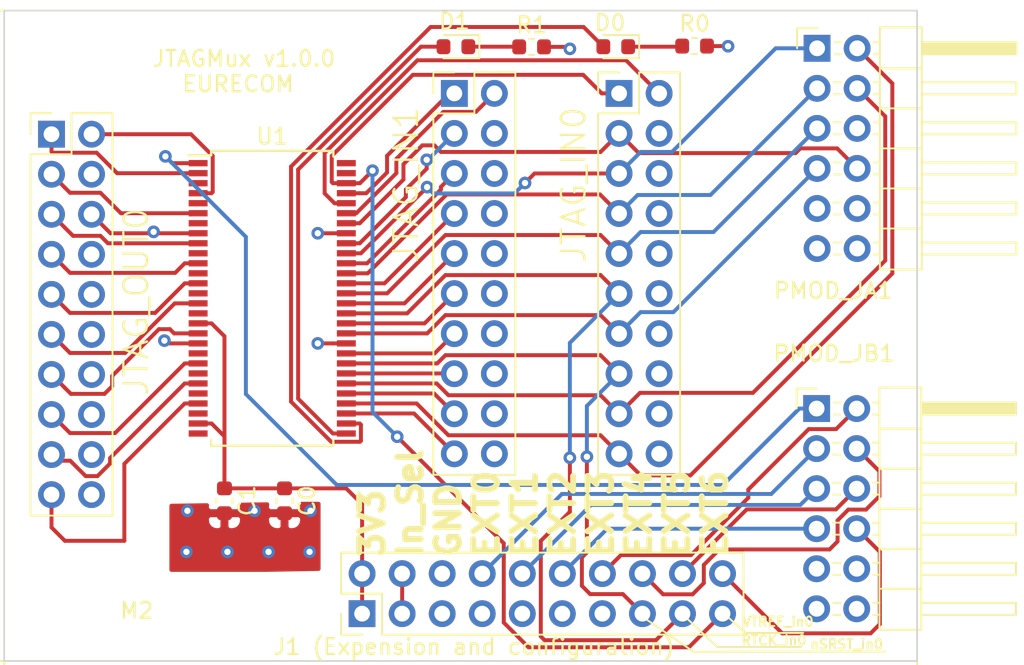
<source format=kicad_pcb>
(kicad_pcb (version 20190331) (host pcbnew "(5.1.0-165-g615c49315)")
  (layers (0 F.Cu signal) (1 In1.Cu power hide) (2 In2.Cu power hide) (31 B.Cu signal) (34 B.Paste user hide) (35 F.Paste user hide) (36 B.SilkS user hide) (37 F.SilkS user hide) (38 B.Mask user hide) (39 F.Mask user hide) (44 Edge.Cuts user hide))
  (net 0 "")
  (net 1 GND)
  (net 2 3V3)
  (net 3 EXT6)
  (net 4 VTREF_in0)
  (net 5 EXT5)
  (net 6 RTCK_in0)
  (net 7 EXT4)
  (net 8 nSRST_in0)
  (net 9 EXT3)
  (net 10 EXT2)
  (net 11 EXT1_IRQACK)
  (net 12 EXT0_IRQ)
  (net 13 In_Sel)
  (net 14 DBACK_in0)
  (net 15 DBRQ_in0)
  (net 16 TDO_in0)
  (net 17 TCK_in0)
  (net 18 TMS_in0)
  (net 19 TDI_in0)
  (net 20 nTRST_in0)
  (net 21 VSUPPLY_in0)
  (net 22 DBACK_in1)
  (net 23 DBRQ_in1)
  (net 24 nSRST_in1)
  (net 25 TDO_in1)
  (net 26 RTCK_in1)
  (net 27 TCK_in1)
  (net 28 TMS_in1)
  (net 29 TDI_in1)
  (net 30 nTRST_in1)
  (net 31 VSUPPLY_in1)
  (net 32 VTREF_in1)
  (net 33 DBACK_out)
  (net 34 DBRQ_out)
  (net 35 nSRST_out)
  (net 36 TDO_out)
  (net 37 RTCK_out)
  (net 38 TCK_out)
  (net 39 TMS_out)
  (net 40 TDI_out)
  (net 41 nTRST_out)
  (net 42 VSUPPLY_out)
  (net 43 VTREF_out)
  (net 44 "Net-(PMOD_JA1-Pad9)")
  (net 45 Select_input)
  (net 46 "Net-(U1-Pad56)")
  (net 47 "Net-(U1-Pad55)")
  (net 48 "Net-(U1-Pad28)")
  (net 49 "Net-(U1-Pad26)")
  (net 50 "Net-(U1-Pad24)")
  (net 51 "Net-(U1-Pad22)")
  (net 52 "Net-(U1-Pad20)")
  (net 53 "Net-(U1-Pad16)")
  (net 54 "Net-(U1-Pad14)")
  (net 55 "Net-(U1-Pad12)")
  (net 56 "Net-(U1-Pad10)")
  (net 57 "Net-(U1-Pad7)")
  (net 58 "Net-(U1-Pad5)")
  (net 59 "Net-(U1-Pad3)")
  (net 60 "Net-(D0-Pad2)")
  (net 61 "Net-(D0-Pad1)")
  (net 62 "Net-(D1-Pad2)")
  (net 63 "Net-(D1-Pad1)")
  (module MountingHole:MountingHole_3.7mm (layer F.Cu) (at 53.8084 146.2043)
    (fp_text reference M2 (at 4.699 0.4953) (layer F.SilkS))
    (fp_text value MountingHole_3.7mm)
    (pad 1 np_thru_hole circle (at 0 0) (size 3.7 3.7) (drill 3.7) (layers *.Cu *.Mask))
  )
  (module MountingHole:MountingHole_3.7mm (layer F.Cu) (at 53.8084 111.9524)
    (fp_text reference M1)
    (fp_text value MountingHole_3.7mm)
    (pad 1 np_thru_hole circle (at 0 0) (size 3.7 3.7) (drill 3.7) (layers *.Cu *.Mask))
  )
  (module LED_SMD:LED_0603_1608Metric (layer F.Cu) (at 78.75 110.94 180)
    (fp_text reference D1 (at 0.1004 1.6038 180) (layer F.SilkS))
    (fp_text value LED)
    (pad 2 smd roundrect (at 0.7875 0 180) (size 0.875 0.95) (layers F.Cu F.Paste F.Mask) (net 62 "Net-(D1-Pad2)"))
    (pad 1 smd roundrect (at -0.7875 0 180) (size 0.875 0.95) (layers F.Cu F.Paste F.Mask) (net 63 "Net-(D1-Pad1)"))
  )
  (module pmod_foortprint:PinHeader_2x06_P2.54mm_Horizontal_pmod (layer F.Cu) (at 101.63 133.89)
    (fp_text reference PMOD_JB1 (at 1.0988 -3.4972) (layer F.SilkS))
    (fp_text value Conn_02x06_Top_Bottom)
    (pad 12 thru_hole oval (at 2.54 12.7) (size 1.7 1.7) (drill 1) (layers *.Cu *.Mask) (net 2 3V3))
    (pad 6 thru_hole oval (at 0 12.7) (size 1.7 1.7) (drill 1) (layers *.Cu *.Mask) (net 2 3V3))
    (pad 11 thru_hole oval (at 2.54 10.16) (size 1.7 1.7) (drill 1) (layers *.Cu *.Mask) (net 1 GND))
    (pad 5 thru_hole oval (at 0 10.16) (size 1.7 1.7) (drill 1) (layers *.Cu *.Mask) (net 1 GND))
    (pad 10 thru_hole oval (at 2.54 7.62) (size 1.7 1.7) (drill 1) (layers *.Cu *.Mask) (net 3 EXT6))
    (pad 4 thru_hole oval (at 0 7.62) (size 1.7 1.7) (drill 1) (layers *.Cu *.Mask) (net 10 EXT2))
    (pad 9 thru_hole oval (at 2.54 5.08) (size 1.7 1.7) (drill 1) (layers *.Cu *.Mask) (net 5 EXT5))
    (pad 3 thru_hole oval (at 0 5.08) (size 1.7 1.7) (drill 1) (layers *.Cu *.Mask) (net 11 EXT1_IRQACK))
    (pad 8 thru_hole oval (at 2.54 2.54) (size 1.7 1.7) (drill 1) (layers *.Cu *.Mask) (net 7 EXT4))
    (pad 2 thru_hole oval (at 0 2.54) (size 1.7 1.7) (drill 1) (layers *.Cu *.Mask) (net 12 EXT0_IRQ))
    (pad 7 thru_hole oval (at 2.54 0) (size 1.7 1.7) (drill 1) (layers *.Cu *.Mask) (net 9 EXT3))
    (pad 1 thru_hole rect (at 0 0) (size 1.7 1.7) (drill 1) (layers *.Cu *.Mask) (net 45 Select_input))
  )
  (module pmod_foortprint:PinHeader_2x06_P2.54mm_Horizontal_pmod (layer F.Cu) (at 101.66 111.04)
    (fp_text reference PMOD_JA1 (at 1.018 15.365 180) (layer F.SilkS))
    (fp_text value Conn_02x06_Top_Bottom)
    (pad 12 thru_hole oval (at 2.54 12.7) (size 1.7 1.7) (drill 1) (layers *.Cu *.Mask) (net 2 3V3))
    (pad 6 thru_hole oval (at 0 12.7) (size 1.7 1.7) (drill 1) (layers *.Cu *.Mask) (net 2 3V3))
    (pad 11 thru_hole oval (at 2.54 10.16) (size 1.7 1.7) (drill 1) (layers *.Cu *.Mask) (net 1 GND))
    (pad 5 thru_hole oval (at 0 10.16) (size 1.7 1.7) (drill 1) (layers *.Cu *.Mask) (net 1 GND))
    (pad 10 thru_hole oval (at 2.54 7.62) (size 1.7 1.7) (drill 1) (layers *.Cu *.Mask) (net 20 nTRST_in0))
    (pad 4 thru_hole oval (at 0 7.62) (size 1.7 1.7) (drill 1) (layers *.Cu *.Mask) (net 16 TDO_in0))
    (pad 9 thru_hole oval (at 2.54 5.08) (size 1.7 1.7) (drill 1) (layers *.Cu *.Mask) (net 44 "Net-(PMOD_JA1-Pad9)"))
    (pad 3 thru_hole oval (at 0 5.08) (size 1.7 1.7) (drill 1) (layers *.Cu *.Mask) (net 17 TCK_in0))
    (pad 8 thru_hole oval (at 2.54 2.54) (size 1.7 1.7) (drill 1) (layers *.Cu *.Mask) (net 15 DBRQ_in0))
    (pad 2 thru_hole oval (at 0 2.54) (size 1.7 1.7) (drill 1) (layers *.Cu *.Mask) (net 18 TMS_in0))
    (pad 7 thru_hole oval (at 2.54 0) (size 1.7 1.7) (drill 1) (layers *.Cu *.Mask) (net 14 DBACK_in0))
    (pad 1 thru_hole rect (at 0 0) (size 1.7 1.7) (drill 1) (layers *.Cu *.Mask) (net 19 TDI_in0))
  )
  (module Package_SO:SSOP-56_7.5x18.5mm_P0.635mm (layer F.Cu) (at 67.1 126.9)
    (fp_text reference U1 (at 0 -10.275) (layer F.SilkS))
    (fp_text value SN74CBTLV16292DL)
    (pad 56 smd rect (at 4.7 -8.5725) (size 1.2 0.4) (layers F.Cu F.Paste F.Mask) (net 46 "Net-(U1-Pad56)"))
    (pad 55 smd rect (at 4.7 -7.9375) (size 1.2 0.4) (layers F.Cu F.Paste F.Mask) (net 47 "Net-(U1-Pad55)"))
    (pad 54 smd rect (at 4.7 -7.3025) (size 1.2 0.4) (layers F.Cu F.Paste F.Mask) (net 4 VTREF_in0))
    (pad 53 smd rect (at 4.7 -6.6675) (size 1.2 0.4) (layers F.Cu F.Paste F.Mask) (net 32 VTREF_in1))
    (pad 52 smd rect (at 4.7 -6.0325) (size 1.2 0.4) (layers F.Cu F.Paste F.Mask) (net 21 VSUPPLY_in0))
    (pad 51 smd rect (at 4.7 -5.3975) (size 1.2 0.4) (layers F.Cu F.Paste F.Mask) (net 31 VSUPPLY_in1))
    (pad 50 smd rect (at 4.7 -4.7625) (size 1.2 0.4) (layers F.Cu F.Paste F.Mask) (net 20 nTRST_in0))
    (pad 49 smd rect (at 4.7 -4.1275) (size 1.2 0.4) (layers F.Cu F.Paste F.Mask) (net 1 GND))
    (pad 48 smd rect (at 4.7 -3.4925) (size 1.2 0.4) (layers F.Cu F.Paste F.Mask) (net 30 nTRST_in1))
    (pad 47 smd rect (at 4.7 -2.8575) (size 1.2 0.4) (layers F.Cu F.Paste F.Mask) (net 19 TDI_in0))
    (pad 46 smd rect (at 4.7 -2.2225) (size 1.2 0.4) (layers F.Cu F.Paste F.Mask) (net 29 TDI_in1))
    (pad 45 smd rect (at 4.7 -1.5875) (size 1.2 0.4) (layers F.Cu F.Paste F.Mask) (net 18 TMS_in0))
    (pad 44 smd rect (at 4.7 -0.9525) (size 1.2 0.4) (layers F.Cu F.Paste F.Mask) (net 28 TMS_in1))
    (pad 43 smd rect (at 4.7 -0.3175) (size 1.2 0.4) (layers F.Cu F.Paste F.Mask) (net 17 TCK_in0))
    (pad 42 smd rect (at 4.7 0.3175) (size 1.2 0.4) (layers F.Cu F.Paste F.Mask) (net 27 TCK_in1))
    (pad 41 smd rect (at 4.7 0.9525) (size 1.2 0.4) (layers F.Cu F.Paste F.Mask) (net 6 RTCK_in0))
    (pad 40 smd rect (at 4.7 1.5875) (size 1.2 0.4) (layers F.Cu F.Paste F.Mask) (net 26 RTCK_in1))
    (pad 39 smd rect (at 4.7 2.2225) (size 1.2 0.4) (layers F.Cu F.Paste F.Mask) (net 16 TDO_in0))
    (pad 38 smd rect (at 4.7 2.8575) (size 1.2 0.4) (layers F.Cu F.Paste F.Mask) (net 1 GND))
    (pad 37 smd rect (at 4.7 3.4925) (size 1.2 0.4) (layers F.Cu F.Paste F.Mask) (net 25 TDO_in1))
    (pad 36 smd rect (at 4.7 4.1275) (size 1.2 0.4) (layers F.Cu F.Paste F.Mask) (net 8 nSRST_in0))
    (pad 35 smd rect (at 4.7 4.7625) (size 1.2 0.4) (layers F.Cu F.Paste F.Mask) (net 24 nSRST_in1))
    (pad 34 smd rect (at 4.7 5.3975) (size 1.2 0.4) (layers F.Cu F.Paste F.Mask) (net 15 DBRQ_in0))
    (pad 33 smd rect (at 4.7 6.0325) (size 1.2 0.4) (layers F.Cu F.Paste F.Mask) (net 23 DBRQ_in1))
    (pad 32 smd rect (at 4.7 6.6675) (size 1.2 0.4) (layers F.Cu F.Paste F.Mask) (net 14 DBACK_in0))
    (pad 31 smd rect (at 4.7 7.3025) (size 1.2 0.4) (layers F.Cu F.Paste F.Mask) (net 22 DBACK_in1))
    (pad 30 smd rect (at 4.7 7.9375) (size 1.2 0.4) (layers F.Cu F.Paste F.Mask) (net 60 "Net-(D0-Pad2)"))
    (pad 29 smd rect (at 4.7 8.5725) (size 1.2 0.4) (layers F.Cu F.Paste F.Mask) (net 62 "Net-(D1-Pad2)"))
    (pad 28 smd rect (at -4.7 8.5725) (size 1.2 0.4) (layers F.Cu F.Paste F.Mask) (net 48 "Net-(U1-Pad28)"))
    (pad 27 smd rect (at -4.7 7.9375) (size 1.2 0.4) (layers F.Cu F.Paste F.Mask) (net 2 3V3))
    (pad 26 smd rect (at -4.7 7.3025) (size 1.2 0.4) (layers F.Cu F.Paste F.Mask) (net 49 "Net-(U1-Pad26)"))
    (pad 25 smd rect (at -4.7 6.6675) (size 1.2 0.4) (layers F.Cu F.Paste F.Mask) (net 33 DBACK_out))
    (pad 24 smd rect (at -4.7 6.0325) (size 1.2 0.4) (layers F.Cu F.Paste F.Mask) (net 50 "Net-(U1-Pad24)"))
    (pad 23 smd rect (at -4.7 5.3975) (size 1.2 0.4) (layers F.Cu F.Paste F.Mask) (net 34 DBRQ_out))
    (pad 22 smd rect (at -4.7 4.7625) (size 1.2 0.4) (layers F.Cu F.Paste F.Mask) (net 51 "Net-(U1-Pad22)"))
    (pad 21 smd rect (at -4.7 4.1275) (size 1.2 0.4) (layers F.Cu F.Paste F.Mask) (net 35 nSRST_out))
    (pad 20 smd rect (at -4.7 3.4925) (size 1.2 0.4) (layers F.Cu F.Paste F.Mask) (net 52 "Net-(U1-Pad20)"))
    (pad 19 smd rect (at -4.7 2.8575) (size 1.2 0.4) (layers F.Cu F.Paste F.Mask) (net 1 GND))
    (pad 18 smd rect (at -4.7 2.2225) (size 1.2 0.4) (layers F.Cu F.Paste F.Mask) (net 36 TDO_out))
    (pad 17 smd rect (at -4.7 1.5875) (size 1.2 0.4) (layers F.Cu F.Paste F.Mask) (net 2 3V3))
    (pad 16 smd rect (at -4.7 0.9525) (size 1.2 0.4) (layers F.Cu F.Paste F.Mask) (net 53 "Net-(U1-Pad16)"))
    (pad 15 smd rect (at -4.7 0.3175) (size 1.2 0.4) (layers F.Cu F.Paste F.Mask) (net 37 RTCK_out))
    (pad 14 smd rect (at -4.7 -0.3175) (size 1.2 0.4) (layers F.Cu F.Paste F.Mask) (net 54 "Net-(U1-Pad14)"))
    (pad 13 smd rect (at -4.7 -0.9525) (size 1.2 0.4) (layers F.Cu F.Paste F.Mask) (net 38 TCK_out))
    (pad 12 smd rect (at -4.7 -1.5875) (size 1.2 0.4) (layers F.Cu F.Paste F.Mask) (net 55 "Net-(U1-Pad12)"))
    (pad 11 smd rect (at -4.7 -2.2225) (size 1.2 0.4) (layers F.Cu F.Paste F.Mask) (net 39 TMS_out))
    (pad 10 smd rect (at -4.7 -2.8575) (size 1.2 0.4) (layers F.Cu F.Paste F.Mask) (net 56 "Net-(U1-Pad10)"))
    (pad 9 smd rect (at -4.7 -3.4925) (size 1.2 0.4) (layers F.Cu F.Paste F.Mask) (net 40 TDI_out))
    (pad 8 smd rect (at -4.7 -4.1275) (size 1.2 0.4) (layers F.Cu F.Paste F.Mask) (net 1 GND))
    (pad 7 smd rect (at -4.7 -4.7625) (size 1.2 0.4) (layers F.Cu F.Paste F.Mask) (net 57 "Net-(U1-Pad7)"))
    (pad 6 smd rect (at -4.7 -5.3975) (size 1.2 0.4) (layers F.Cu F.Paste F.Mask) (net 41 nTRST_out))
    (pad 5 smd rect (at -4.7 -6.0325) (size 1.2 0.4) (layers F.Cu F.Paste F.Mask) (net 58 "Net-(U1-Pad5)"))
    (pad 4 smd rect (at -4.7 -6.6675) (size 1.2 0.4) (layers F.Cu F.Paste F.Mask) (net 42 VSUPPLY_out))
    (pad 3 smd rect (at -4.7 -7.3025) (size 1.2 0.4) (layers F.Cu F.Paste F.Mask) (net 59 "Net-(U1-Pad3)"))
    (pad 2 smd rect (at -4.7 -7.9375) (size 1.2 0.4) (layers F.Cu F.Paste F.Mask) (net 43 VTREF_out))
    (pad 1 smd rect (at -4.7 -8.5725) (size 1.2 0.4) (layers F.Cu F.Paste F.Mask) (net 45 Select_input))
  )
  (module Resistor_SMD:R_0603_1608Metric (layer F.Cu) (at 83.55 110.95)
    (fp_text reference R1 (at 0.0145 -1.3852) (layer F.SilkS))
    (fp_text value 68)
    (pad 2 smd roundrect (at 0.7875 0) (size 0.875 0.95) (layers F.Cu F.Paste F.Mask) (net 1 GND))
    (pad 1 smd roundrect (at -0.7875 0) (size 0.875 0.95) (layers F.Cu F.Paste F.Mask) (net 63 "Net-(D1-Pad1)"))
  )
  (module Resistor_SMD:R_0603_1608Metric (layer F.Cu) (at 93.8875 110.9)
    (fp_text reference R0 (at 0 -1.43) (layer F.SilkS))
    (fp_text value 68)
    (pad 2 smd roundrect (at 0.7875 0) (size 0.875 0.95) (layers F.Cu F.Paste F.Mask) (net 1 GND))
    (pad 1 smd roundrect (at -0.7875 0) (size 0.875 0.95) (layers F.Cu F.Paste F.Mask) (net 61 "Net-(D0-Pad1)"))
  )
  (module Connector_PinHeader_2.54mm:PinHeader_2x10_P2.54mm_Vertical (layer F.Cu) (at 53.1 116.49)
    (fp_text reference JTAG_OUT0 (at 5.3693 10.6135 90) (layer F.SilkS) (effects (font (size 1.5 1.5))))
    (fp_text value Conn_02x10_Odd_Even)
    (pad 20 thru_hole oval (at 2.54 22.86) (size 1.7 1.7) (drill 1) (layers *.Cu *.Mask) (net 1 GND))
    (pad 19 thru_hole oval (at 0 22.86) (size 1.7 1.7) (drill 1) (layers *.Cu *.Mask) (net 33 DBACK_out))
    (pad 18 thru_hole oval (at 2.54 20.32) (size 1.7 1.7) (drill 1) (layers *.Cu *.Mask) (net 1 GND))
    (pad 17 thru_hole oval (at 0 20.32) (size 1.7 1.7) (drill 1) (layers *.Cu *.Mask) (net 34 DBRQ_out))
    (pad 16 thru_hole oval (at 2.54 17.78) (size 1.7 1.7) (drill 1) (layers *.Cu *.Mask) (net 1 GND))
    (pad 15 thru_hole oval (at 0 17.78) (size 1.7 1.7) (drill 1) (layers *.Cu *.Mask) (net 35 nSRST_out))
    (pad 14 thru_hole oval (at 2.54 15.24) (size 1.7 1.7) (drill 1) (layers *.Cu *.Mask) (net 1 GND))
    (pad 13 thru_hole oval (at 0 15.24) (size 1.7 1.7) (drill 1) (layers *.Cu *.Mask) (net 36 TDO_out))
    (pad 12 thru_hole oval (at 2.54 12.7) (size 1.7 1.7) (drill 1) (layers *.Cu *.Mask) (net 1 GND))
    (pad 11 thru_hole oval (at 0 12.7) (size 1.7 1.7) (drill 1) (layers *.Cu *.Mask) (net 37 RTCK_out))
    (pad 10 thru_hole oval (at 2.54 10.16) (size 1.7 1.7) (drill 1) (layers *.Cu *.Mask) (net 1 GND))
    (pad 9 thru_hole oval (at 0 10.16) (size 1.7 1.7) (drill 1) (layers *.Cu *.Mask) (net 38 TCK_out))
    (pad 8 thru_hole oval (at 2.54 7.62) (size 1.7 1.7) (drill 1) (layers *.Cu *.Mask) (net 1 GND))
    (pad 7 thru_hole oval (at 0 7.62) (size 1.7 1.7) (drill 1) (layers *.Cu *.Mask) (net 39 TMS_out))
    (pad 6 thru_hole oval (at 2.54 5.08) (size 1.7 1.7) (drill 1) (layers *.Cu *.Mask) (net 1 GND))
    (pad 5 thru_hole oval (at 0 5.08) (size 1.7 1.7) (drill 1) (layers *.Cu *.Mask) (net 40 TDI_out))
    (pad 4 thru_hole oval (at 2.54 2.54) (size 1.7 1.7) (drill 1) (layers *.Cu *.Mask) (net 1 GND))
    (pad 3 thru_hole oval (at 0 2.54) (size 1.7 1.7) (drill 1) (layers *.Cu *.Mask) (net 41 nTRST_out))
    (pad 2 thru_hole oval (at 2.54 0) (size 1.7 1.7) (drill 1) (layers *.Cu *.Mask) (net 42 VSUPPLY_out))
    (pad 1 thru_hole rect (at 0 0) (size 1.7 1.7) (drill 1) (layers *.Cu *.Mask) (net 43 VTREF_out))
  )
  (module Connector_PinHeader_2.54mm:PinHeader_2x10_P2.54mm_Vertical (layer F.Cu) (at 78.65 113.9)
    (fp_text reference JTAG_IN1 (at -3.0611 5.8121 90) (layer F.SilkS) (effects (font (size 1.5 1.5))))
    (fp_text value Conn_02x10_Odd_Even)
    (pad 20 thru_hole oval (at 2.54 22.86) (size 1.7 1.7) (drill 1) (layers *.Cu *.Mask) (net 1 GND))
    (pad 19 thru_hole oval (at 0 22.86) (size 1.7 1.7) (drill 1) (layers *.Cu *.Mask) (net 22 DBACK_in1))
    (pad 18 thru_hole oval (at 2.54 20.32) (size 1.7 1.7) (drill 1) (layers *.Cu *.Mask) (net 1 GND))
    (pad 17 thru_hole oval (at 0 20.32) (size 1.7 1.7) (drill 1) (layers *.Cu *.Mask) (net 23 DBRQ_in1))
    (pad 16 thru_hole oval (at 2.54 17.78) (size 1.7 1.7) (drill 1) (layers *.Cu *.Mask) (net 1 GND))
    (pad 15 thru_hole oval (at 0 17.78) (size 1.7 1.7) (drill 1) (layers *.Cu *.Mask) (net 24 nSRST_in1))
    (pad 14 thru_hole oval (at 2.54 15.24) (size 1.7 1.7) (drill 1) (layers *.Cu *.Mask) (net 1 GND))
    (pad 13 thru_hole oval (at 0 15.24) (size 1.7 1.7) (drill 1) (layers *.Cu *.Mask) (net 25 TDO_in1))
    (pad 12 thru_hole oval (at 2.54 12.7) (size 1.7 1.7) (drill 1) (layers *.Cu *.Mask) (net 1 GND))
    (pad 11 thru_hole oval (at 0 12.7) (size 1.7 1.7) (drill 1) (layers *.Cu *.Mask) (net 26 RTCK_in1))
    (pad 10 thru_hole oval (at 2.54 10.16) (size 1.7 1.7) (drill 1) (layers *.Cu *.Mask) (net 1 GND))
    (pad 9 thru_hole oval (at 0 10.16) (size 1.7 1.7) (drill 1) (layers *.Cu *.Mask) (net 27 TCK_in1))
    (pad 8 thru_hole oval (at 2.54 7.62) (size 1.7 1.7) (drill 1) (layers *.Cu *.Mask) (net 1 GND))
    (pad 7 thru_hole oval (at 0 7.62) (size 1.7 1.7) (drill 1) (layers *.Cu *.Mask) (net 28 TMS_in1))
    (pad 6 thru_hole oval (at 2.54 5.08) (size 1.7 1.7) (drill 1) (layers *.Cu *.Mask) (net 1 GND))
    (pad 5 thru_hole oval (at 0 5.08) (size 1.7 1.7) (drill 1) (layers *.Cu *.Mask) (net 29 TDI_in1))
    (pad 4 thru_hole oval (at 2.54 2.54) (size 1.7 1.7) (drill 1) (layers *.Cu *.Mask) (net 1 GND))
    (pad 3 thru_hole oval (at 0 2.54) (size 1.7 1.7) (drill 1) (layers *.Cu *.Mask) (net 30 nTRST_in1))
    (pad 2 thru_hole oval (at 2.54 0) (size 1.7 1.7) (drill 1) (layers *.Cu *.Mask) (net 31 VSUPPLY_in1))
    (pad 1 thru_hole rect (at 0 0) (size 1.7 1.7) (drill 1) (layers *.Cu *.Mask) (net 32 VTREF_in1))
  )
  (module Connector_PinHeader_2.54mm:PinHeader_2x10_P2.54mm_Vertical (layer F.Cu) (at 89.1 113.9)
    (fp_text reference JTAG_IN0 (at -2.8812 5.8121 90) (layer F.SilkS) (effects (font (size 1.5 1.5))))
    (fp_text value Conn_02x10_Odd_Even)
    (pad 20 thru_hole oval (at 2.54 22.86) (size 1.7 1.7) (drill 1) (layers *.Cu *.Mask) (net 1 GND))
    (pad 19 thru_hole oval (at 0 22.86) (size 1.7 1.7) (drill 1) (layers *.Cu *.Mask) (net 14 DBACK_in0))
    (pad 18 thru_hole oval (at 2.54 20.32) (size 1.7 1.7) (drill 1) (layers *.Cu *.Mask) (net 1 GND))
    (pad 17 thru_hole oval (at 0 20.32) (size 1.7 1.7) (drill 1) (layers *.Cu *.Mask) (net 15 DBRQ_in0))
    (pad 16 thru_hole oval (at 2.54 17.78) (size 1.7 1.7) (drill 1) (layers *.Cu *.Mask) (net 1 GND))
    (pad 15 thru_hole oval (at 0 17.78) (size 1.7 1.7) (drill 1) (layers *.Cu *.Mask) (net 8 nSRST_in0))
    (pad 14 thru_hole oval (at 2.54 15.24) (size 1.7 1.7) (drill 1) (layers *.Cu *.Mask) (net 1 GND))
    (pad 13 thru_hole oval (at 0 15.24) (size 1.7 1.7) (drill 1) (layers *.Cu *.Mask) (net 16 TDO_in0))
    (pad 12 thru_hole oval (at 2.54 12.7) (size 1.7 1.7) (drill 1) (layers *.Cu *.Mask) (net 1 GND))
    (pad 11 thru_hole oval (at 0 12.7) (size 1.7 1.7) (drill 1) (layers *.Cu *.Mask) (net 6 RTCK_in0))
    (pad 10 thru_hole oval (at 2.54 10.16) (size 1.7 1.7) (drill 1) (layers *.Cu *.Mask) (net 1 GND))
    (pad 9 thru_hole oval (at 0 10.16) (size 1.7 1.7) (drill 1) (layers *.Cu *.Mask) (net 17 TCK_in0))
    (pad 8 thru_hole oval (at 2.54 7.62) (size 1.7 1.7) (drill 1) (layers *.Cu *.Mask) (net 1 GND))
    (pad 7 thru_hole oval (at 0 7.62) (size 1.7 1.7) (drill 1) (layers *.Cu *.Mask) (net 18 TMS_in0))
    (pad 6 thru_hole oval (at 2.54 5.08) (size 1.7 1.7) (drill 1) (layers *.Cu *.Mask) (net 1 GND))
    (pad 5 thru_hole oval (at 0 5.08) (size 1.7 1.7) (drill 1) (layers *.Cu *.Mask) (net 19 TDI_in0))
    (pad 4 thru_hole oval (at 2.54 2.54) (size 1.7 1.7) (drill 1) (layers *.Cu *.Mask) (net 1 GND))
    (pad 3 thru_hole oval (at 0 2.54) (size 1.7 1.7) (drill 1) (layers *.Cu *.Mask) (net 20 nTRST_in0))
    (pad 2 thru_hole oval (at 2.54 0) (size 1.7 1.7) (drill 1) (layers *.Cu *.Mask) (net 21 VSUPPLY_in0))
    (pad 1 thru_hole rect (at 0 0) (size 1.7 1.7) (drill 1) (layers *.Cu *.Mask) (net 4 VTREF_in0))
  )
  (module Connector_PinHeader_2.54mm:PinHeader_2x10_P2.54mm_Vertical (layer F.Cu) (at 72.8 146.9 90)
    (fp_text reference "J1 (Expension and configuration)" (at -2.0983 7.0942 180) (layer F.SilkS))
    (fp_text value Conn_02x10_Odd_Even)
    (pad 20 thru_hole oval (at 2.54 22.86 90) (size 1.7 1.7) (drill 1) (layers *.Cu *.Mask) (net 3 EXT6))
    (pad 19 thru_hole oval (at 0 22.86 90) (size 1.7 1.7) (drill 1) (layers *.Cu *.Mask) (net 4 VTREF_in0))
    (pad 18 thru_hole oval (at 2.54 20.32 90) (size 1.7 1.7) (drill 1) (layers *.Cu *.Mask) (net 5 EXT5))
    (pad 17 thru_hole oval (at 0 20.32 90) (size 1.7 1.7) (drill 1) (layers *.Cu *.Mask) (net 6 RTCK_in0))
    (pad 16 thru_hole oval (at 2.54 17.78 90) (size 1.7 1.7) (drill 1) (layers *.Cu *.Mask) (net 7 EXT4))
    (pad 15 thru_hole oval (at 0 17.78 90) (size 1.7 1.7) (drill 1) (layers *.Cu *.Mask) (net 8 nSRST_in0))
    (pad 14 thru_hole oval (at 2.54 15.24 90) (size 1.7 1.7) (drill 1) (layers *.Cu *.Mask) (net 9 EXT3))
    (pad 13 thru_hole oval (at 0 15.24 90) (size 1.7 1.7) (drill 1) (layers *.Cu *.Mask) (net 1 GND))
    (pad 12 thru_hole oval (at 2.54 12.7 90) (size 1.7 1.7) (drill 1) (layers *.Cu *.Mask) (net 10 EXT2))
    (pad 11 thru_hole oval (at 0 12.7 90) (size 1.7 1.7) (drill 1) (layers *.Cu *.Mask) (net 1 GND))
    (pad 10 thru_hole oval (at 2.54 10.16 90) (size 1.7 1.7) (drill 1) (layers *.Cu *.Mask) (net 11 EXT1_IRQACK))
    (pad 9 thru_hole oval (at 0 10.16 90) (size 1.7 1.7) (drill 1) (layers *.Cu *.Mask) (net 1 GND))
    (pad 8 thru_hole oval (at 2.54 7.62 90) (size 1.7 1.7) (drill 1) (layers *.Cu *.Mask) (net 12 EXT0_IRQ))
    (pad 7 thru_hole oval (at 0 7.62 90) (size 1.7 1.7) (drill 1) (layers *.Cu *.Mask) (net 1 GND))
    (pad 6 thru_hole oval (at 2.54 5.08 90) (size 1.7 1.7) (drill 1) (layers *.Cu *.Mask) (net 1 GND))
    (pad 5 thru_hole oval (at 0 5.08 90) (size 1.7 1.7) (drill 1) (layers *.Cu *.Mask) (net 1 GND))
    (pad 4 thru_hole oval (at 2.54 2.54 90) (size 1.7 1.7) (drill 1) (layers *.Cu *.Mask) (net 13 In_Sel))
    (pad 3 thru_hole oval (at 0 2.54 90) (size 1.7 1.7) (drill 1) (layers *.Cu *.Mask) (net 13 In_Sel))
    (pad 2 thru_hole oval (at 2.54 0 90) (size 1.7 1.7) (drill 1) (layers *.Cu *.Mask) (net 2 3V3))
    (pad 1 thru_hole rect (at 0 0 90) (size 1.7 1.7) (drill 1) (layers *.Cu *.Mask) (net 2 3V3))
  )
  (module LED_SMD:LED_0603_1608Metric (layer F.Cu) (at 88.8875 110.94 180)
    (fp_text reference D0 (at 0.3573 1.5149 180) (layer F.SilkS))
    (fp_text value LED)
    (pad 2 smd roundrect (at 0.7875 0 180) (size 0.875 0.95) (layers F.Cu F.Paste F.Mask) (net 60 "Net-(D0-Pad2)"))
    (pad 1 smd roundrect (at -0.7875 0 180) (size 0.875 0.95) (layers F.Cu F.Paste F.Mask) (net 61 "Net-(D0-Pad1)"))
  )
  (module Capacitor_SMD:C_0603_1608Metric (layer F.Cu) (at 64.07 139.74 270)
    (fp_text reference C1 (at 0 -1.43 270) (layer F.SilkS))
    (fp_text value 10uf)
    (pad 2 smd roundrect (at 0.7875 0 270) (size 0.875 0.95) (layers F.Cu F.Paste F.Mask) (net 1 GND))
    (pad 1 smd roundrect (at -0.7875 0 270) (size 0.875 0.95) (layers F.Cu F.Paste F.Mask) (net 2 3V3))
  )
  (module Capacitor_SMD:C_0603_1608Metric (layer F.Cu) (at 67.88 139.74 270)
    (fp_text reference C0 (at 0 -1.43 270) (layer F.SilkS))
    (fp_text value 100nf)
    (pad 2 smd roundrect (at 0.7875 0 270) (size 0.875 0.95) (layers F.Cu F.Paste F.Mask) (net 1 GND))
    (pad 1 smd roundrect (at -0.7875 0 270) (size 0.875 0.95) (layers F.Cu F.Paste F.Mask) (net 2 3V3))
  )
  (gr_text "JTAGMux v1.0.0\nEURECOM " (at 65.3146 112.4985) (layer F.SilkS) (effects (font (size 1 1))))
  (gr_text nSRST_in0 (at 103.5289 148.8459) (layer F.SilkS) (effects (font (size 0.6 0.6) (thickness 0.125))))
  (gr_text RTCK_in0 (at 98.9188 148.5919) (layer F.SilkS) (effects (font (size 0.6 0.6) (thickness 0.125))))
  (gr_line (start 97.1281 148.122) (end 100.773 148.122) (layer F.SilkS) (width 0.12))
  (gr_line (start 95.7184 146.8647) (end 97.1281 148.122) (layer F.SilkS) (width 0.12))
  (gr_line (start 95.3247 149.011) (end 100.646 149.011) (layer F.SilkS) (width 0.12))
  (gr_line (start 93.3943 147.1949) (end 95.3247 149.011) (layer F.SilkS) (width 0.12))
  (gr_text VTREF_in0 (at 99.1855 147.4108) (layer F.SilkS) (effects (font (size 0.6 0.6) (thickness 0.125))))
  (gr_line (start 93.8261 149.3158) (end 105.9927 149.3031) (layer F.SilkS) (width 0.12))
  (gr_line (start 90.5241 147.0552) (end 93.8261 149.3158) (layer F.SilkS) (width 0.12))
  (gr_text "3V3\nIn_Sel\nGND\nEXT0\nEXT1\nEXT2\nEXT3\nEXT4\nEXT5\nEXT6" (at 84.3011 143.4865 90) (layer F.SilkS) (effects (font (size 1.5 1.5) (thickness 0.375)) (justify left)))
  (gr_line (start 108 108.65) (end 50.1 108.65) (layer Edge.Cuts) (width 0.1))
  (gr_line (start 108 149.9) (end 108 108.65) (layer Edge.Cuts) (width 0.1))
  (gr_line (start 50.1 149.9) (end 108 149.9) (layer Edge.Cuts) (width 0.1))
  (gr_line (start 50.1 108.65) (end 50.1 149.9) (layer Edge.Cuts) (width 0.1))
  (dimension 57.9 (width 0.12) (layer F.SilkS) (gr_text "57,900 mm" (at 79.05 158.97) (layer F.SilkS) (effects (font (size 1 1) (thickness 0.15)))) (feature1 (pts (xy 108 149.9) (xy 108 158.286421))) (feature2 (pts (xy 50.1 149.9) (xy 50.1 158.286421))) (crossbar (pts (xy 50.1 157.7) (xy 108 157.7))) (arrow1a (pts (xy 108 157.7) (xy 106.873496 158.286421))) (arrow1b (pts (xy 108 157.7) (xy 106.873496 157.113579))) (arrow2a (pts (xy 50.1 157.7) (xy 51.226504 158.286421))) (arrow2b (pts (xy 50.1 157.7) (xy 51.226504 157.113579))))
  (dimension 41.25 (width 0.12) (layer F.SilkS) (gr_text "41,250 mm" (at 42.58 129.275 270) (layer F.SilkS) (effects (font (size 1 1) (thickness 0.15)))) (feature1 (pts (xy 50.1 149.9) (xy 43.263579 149.9))) (feature2 (pts (xy 50.1 108.65) (xy 43.263579 108.65))) (crossbar (pts (xy 43.85 108.65) (xy 43.85 149.9))) (arrow1a (pts (xy 43.85 149.9) (xy 43.263579 148.773496))) (arrow1b (pts (xy 43.85 149.9) (xy 44.436421 148.773496))) (arrow2a (pts (xy 43.85 108.65) (xy 43.263579 109.776504))) (arrow2b (pts (xy 43.85 108.65) (xy 44.436421 109.776504))))
  (segment (start 56.8425 122.7725) (end 55.64 121.57) (width 0.25) (layer F.Cu) (net 1))
  (via (at 60.26 129.58) (size 0.8) (drill 0.4) (layers F.Cu B.Cu) (net 1))
  (segment (start 62.4 129.7575) (end 60.4375 129.7575) (width 0.25) (layer F.Cu) (net 1))
  (segment (start 60.4375 129.7575) (end 60.26 129.58) (width 0.25) (layer F.Cu) (net 1))
  (segment (start 71.8 122.7725) (end 69.9885 122.7725) (width 0.25) (layer F.Cu) (net 1))
  (via (at 69.9885 122.7725) (size 0.8) (drill 0.4) (layers F.Cu B.Cu) (net 1))
  (via (at 59.5745 122.6825) (size 0.8) (drill 0.4) (layers F.Cu B.Cu) (net 1))
  (segment (start 59.5745 122.7725) (end 59.5745 122.6825) (width 0.25) (layer F.Cu) (net 1))
  (segment (start 59.5745 122.7725) (end 56.8425 122.7725) (width 0.25) (layer F.Cu) (net 1))
  (segment (start 62.4 122.7725) (end 59.5745 122.7725) (width 0.25) (layer F.Cu) (net 1))
  (via (at 61.7205 140.375) (size 0.8) (drill 0.4) (layers F.Cu B.Cu) (net 1))
  (via (at 61.657 142.9785) (size 0.8) (drill 0.4) (layers F.Cu B.Cu) (net 1))
  (via (at 64.2605 142.9785) (size 0.8) (drill 0.4) (layers F.Cu B.Cu) (net 1))
  (via (at 66.864 142.9785) (size 0.8) (drill 0.4) (layers F.Cu B.Cu) (net 1))
  (via (at 65.975 140.375) (size 0.8) (drill 0.4) (layers F.Cu B.Cu) (net 1))
  (via (at 69.4675 142.9785) (size 0.8) (drill 0.4) (layers F.Cu B.Cu) (net 1))
  (via (at 69.531 140.375) (size 0.8) (drill 0.4) (layers F.Cu B.Cu) (net 1))
  (via (at 85.9775 111.075) (size 0.8) (drill 0.4) (layers F.Cu B.Cu) (net 1))
  (segment (start 84.3375 110.95) (end 85.8525 110.95) (width 0.25) (layer F.Cu) (net 1))
  (segment (start 85.8525 110.95) (end 85.9775 111.075) (width 0.25) (layer F.Cu) (net 1))
  (via (at 96.0105 110.911) (size 0.8) (drill 0.4) (layers F.Cu B.Cu) (net 1))
  (segment (start 94.675 110.9) (end 95.9995 110.9) (width 0.25) (layer F.Cu) (net 1))
  (segment (start 95.9995 110.9) (end 96.0105 110.911) (width 0.25) (layer F.Cu) (net 1))
  (segment (start 70.95 129.7575) (end 70.9497 129.7578) (width 0.25) (layer F.Cu) (net 1))
  (segment (start 71.8 129.7575) (end 70.95 129.7575) (width 0.25) (layer F.Cu) (net 1))
  (via (at 69.9882 129.7578) (size 0.8) (drill 0.4) (layers F.Cu B.Cu) (net 1))
  (segment (start 70.9497 129.7578) (end 69.9882 129.7578) (width 0.25) (layer F.Cu) (net 1))
  (segment (start 64.07 138.415) (end 64.07 138.9525) (width 0.25) (layer F.Cu) (net 2))
  (segment (start 63.25 134.8375) (end 64.07 135.6575) (width 0.25) (layer F.Cu) (net 2))
  (segment (start 62.4 134.8375) (end 63.25 134.8375) (width 0.25) (layer F.Cu) (net 2))
  (segment (start 64.07 138.9525) (end 67.88 138.9525) (width 0.25) (layer F.Cu) (net 2))
  (segment (start 72.96 144.2) (end 72.8 144.36) (width 0.25) (layer F.Cu) (net 2))
  (segment (start 72.96 144.0325) (end 72.96 144.2) (width 0.25) (layer F.Cu) (net 2))
  (segment (start 72.8 146.9) (end 72.8 144.36) (width 0.25) (layer F.Cu) (net 2))
  (segment (start 67.88 138.9525) (end 71.7915 138.9525) (width 0.25) (layer F.Cu) (net 2))
  (segment (start 72.8 139.961) (end 72.8 144.36) (width 0.25) (layer F.Cu) (net 2))
  (segment (start 71.7915 138.9525) (end 72.8 139.961) (width 0.25) (layer F.Cu) (net 2))
  (segment (start 63.25 128.4875) (end 64.07 129.3075) (width 0.25) (layer F.Cu) (net 2))
  (segment (start 62.4 128.4875) (end 63.25 128.4875) (width 0.25) (layer F.Cu) (net 2))
  (segment (start 64.07 135.6575) (end 64.07 136.1205) (width 0.25) (layer F.Cu) (net 2))
  (segment (start 64.07 129.3075) (end 64.07 136.1205) (width 0.25) (layer F.Cu) (net 2))
  (segment (start 64.07 136.1205) (end 64.07 138.415) (width 0.25) (layer F.Cu) (net 2))
  (segment (start 96.509999 145.209999) (end 95.66 144.36) (width 0.25) (layer F.Cu) (net 3))
  (segment (start 105.0529 148.1474) (end 99.4474 148.1474) (width 0.25) (layer F.Cu) (net 3))
  (segment (start 105.6371 147.5632) (end 105.0529 148.1474) (width 0.25) (layer F.Cu) (net 3))
  (segment (start 104.17 141.51) (end 105.6371 142.9771) (width 0.25) (layer F.Cu) (net 3))
  (segment (start 99.4474 148.1474) (end 96.509999 145.209999) (width 0.25) (layer F.Cu) (net 3))
  (segment (start 105.6371 142.9771) (end 105.6371 147.5632) (width 0.25) (layer F.Cu) (net 3))
  (segment (start 88 113.9) (end 89.1 113.9) (width 0.25) (layer F.Cu) (net 4))
  (segment (start 86.824999 112.724999) (end 88 113.9) (width 0.25) (layer F.Cu) (net 4))
  (segment (start 76.017499 112.724999) (end 86.824999 112.724999) (width 0.25) (layer F.Cu) (net 4))
  (segment (start 70.874999 117.867499) (end 76.017499 112.724999) (width 0.25) (layer F.Cu) (net 4))
  (segment (start 70.874999 119.522499) (end 70.874999 117.867499) (width 0.25) (layer F.Cu) (net 4))
  (segment (start 70.95 119.5975) (end 70.874999 119.522499) (width 0.25) (layer F.Cu) (net 4))
  (segment (start 71.8 119.5975) (end 70.95 119.5975) (width 0.25) (layer F.Cu) (net 4))
  (segment (start 81.784999 147.464001) (end 81.784999 143.361001) (width 0.25) (layer F.Cu) (net 4))
  (segment (start 83.352508 149.03151) (end 81.784999 147.464001) (width 0.25) (layer F.Cu) (net 4))
  (segment (start 95.66 146.9) (end 93.52849 149.03151) (width 0.25) (layer F.Cu) (net 4))
  (segment (start 93.52849 149.03151) (end 83.352508 149.03151) (width 0.25) (layer F.Cu) (net 4))
  (via (at 75.024998 135.676) (size 0.8) (drill 0.4) (layers F.Cu B.Cu) (net 4))
  (segment (start 81.784999 143.361001) (end 81.784999 142.436001) (width 0.25) (layer F.Cu) (net 4))
  (segment (start 81.784999 142.436001) (end 75.024998 135.676) (width 0.25) (layer F.Cu) (net 4))
  (segment (start 75.024998 135.676) (end 73.459931 134.110933) (width 0.25) (layer B.Cu) (net 4))
  (segment (start 72.663225 119.5975) (end 73.059932 119.200793) (width 0.25) (layer F.Cu) (net 4))
  (segment (start 73.459931 119.366479) (end 73.459931 118.800794) (width 0.25) (layer B.Cu) (net 4))
  (segment (start 73.059932 119.200793) (end 73.459931 118.800794) (width 0.25) (layer F.Cu) (net 4))
  (segment (start 71.8 119.5975) (end 72.663225 119.5975) (width 0.25) (layer F.Cu) (net 4))
  (via (at 73.459931 118.800794) (size 0.8) (drill 0.4) (layers F.Cu B.Cu) (net 4))
  (segment (start 73.459931 134.110933) (end 73.459931 119.366479) (width 0.25) (layer B.Cu) (net 4))
  (segment (start 102.8539 140.2861) (end 103.320001 139.819999) (width 0.25) (layer F.Cu) (net 5))
  (segment (start 103.320001 139.819999) (end 104.17 138.97) (width 0.25) (layer F.Cu) (net 5))
  (segment (start 93.12 144.36) (end 97.1939 140.2861) (width 0.25) (layer F.Cu) (net 5))
  (segment (start 97.1939 140.2861) (end 102.8539 140.2861) (width 0.25) (layer F.Cu) (net 5))
  (segment (start 88.250001 125.750001) (end 89.1 126.6) (width 0.25) (layer F.Cu) (net 6))
  (segment (start 87.924999 125.424999) (end 88.250001 125.750001) (width 0.25) (layer F.Cu) (net 6))
  (segment (start 78.085999 125.424999) (end 87.924999 125.424999) (width 0.25) (layer F.Cu) (net 6))
  (segment (start 75.658498 127.8525) (end 78.085999 125.424999) (width 0.25) (layer F.Cu) (net 6))
  (segment (start 71.8 127.8525) (end 75.658498 127.8525) (width 0.25) (layer F.Cu) (net 6))
  (segment (start 93.12 146.9) (end 91.4385 148.5815) (width 0.25) (layer F.Cu) (net 6))
  (segment (start 91.4385 148.5815) (end 84.375 148.5815) (width 0.25) (layer F.Cu) (net 6))
  (segment (start 84.135001 148.341501) (end 84.135001 142.280999) (width 0.25) (layer F.Cu) (net 6))
  (segment (start 84.375 148.5815) (end 84.135001 148.341501) (width 0.25) (layer F.Cu) (net 6))
  (segment (start 84.135001 142.280999) (end 85.9775 140.4385) (width 0.25) (layer F.Cu) (net 6))
  (via (at 85.9775 137.0095) (size 0.8) (drill 0.4) (layers F.Cu B.Cu) (net 6))
  (segment (start 85.9775 140.4385) (end 85.9775 137.0095) (width 0.25) (layer F.Cu) (net 6))
  (segment (start 85.9775 129.7225) (end 89.1 126.6) (width 0.25) (layer B.Cu) (net 6))
  (segment (start 85.9775 137.0095) (end 85.9775 129.7225) (width 0.25) (layer B.Cu) (net 6))
  (segment (start 105.019999 137.279999) (end 104.17 136.43) (width 0.25) (layer F.Cu) (net 7))
  (segment (start 105.6117 137.8717) (end 105.019999 137.279999) (width 0.25) (layer F.Cu) (net 7))
  (segment (start 105.6117 139.4479) (end 105.6117 137.8717) (width 0.25) (layer F.Cu) (net 7))
  (segment (start 102.9574 140.983598) (end 103.642198 140.2988) (width 0.25) (layer F.Cu) (net 7))
  (segment (start 102.9574 142.3181) (end 102.9574 140.983598) (width 0.25) (layer F.Cu) (net 7))
  (segment (start 102.4494 142.8261) (end 102.9574 142.3181) (width 0.25) (layer F.Cu) (net 7))
  (segment (start 91.8909 145.6709) (end 93.7626 145.6709) (width 0.25) (layer F.Cu) (net 7))
  (segment (start 103.642198 140.2988) (end 104.7608 140.2988) (width 0.25) (layer F.Cu) (net 7))
  (segment (start 90.58 144.36) (end 91.8909 145.6709) (width 0.25) (layer F.Cu) (net 7))
  (segment (start 94.4738 144.9597) (end 94.4738 143.807198) (width 0.25) (layer F.Cu) (net 7))
  (segment (start 93.7626 145.6709) (end 94.4738 144.9597) (width 0.25) (layer F.Cu) (net 7))
  (segment (start 94.4738 143.807198) (end 95.454898 142.8261) (width 0.25) (layer F.Cu) (net 7))
  (segment (start 104.7608 140.2988) (end 105.6117 139.4479) (width 0.25) (layer F.Cu) (net 7))
  (segment (start 95.454898 142.8261) (end 102.4494 142.8261) (width 0.25) (layer F.Cu) (net 7))
  (segment (start 78.085999 130.504999) (end 87.924999 130.504999) (width 0.25) (layer F.Cu) (net 8))
  (segment (start 88.250001 130.830001) (end 89.1 131.68) (width 0.25) (layer F.Cu) (net 8))
  (segment (start 87.924999 130.504999) (end 88.250001 130.830001) (width 0.25) (layer F.Cu) (net 8))
  (segment (start 77.563498 131.0275) (end 78.085999 130.504999) (width 0.25) (layer F.Cu) (net 8))
  (segment (start 71.8 131.0275) (end 77.563498 131.0275) (width 0.25) (layer F.Cu) (net 8))
  (via (at 87.057 136.946) (size 0.8) (drill 0.4) (layers F.Cu B.Cu) (net 8))
  (segment (start 87.057 133.723) (end 89.1 131.68) (width 0.25) (layer B.Cu) (net 8))
  (segment (start 87.057 136.946) (end 87.057 133.723) (width 0.25) (layer B.Cu) (net 8))
  (segment (start 86.7395 143.3341) (end 87.057 143.0166) (width 0.25) (layer F.Cu) (net 8))
  (segment (start 87.057 143.0166) (end 87.057 136.946) (width 0.25) (layer F.Cu) (net 8))
  (segment (start 87.264599 145.6582) (end 86.7395 145.133101) (width 0.25) (layer F.Cu) (net 8))
  (segment (start 86.7395 145.133101) (end 86.7395 143.3341) (width 0.25) (layer F.Cu) (net 8))
  (segment (start 90.58 146.9) (end 89.3382 145.6582) (width 0.25) (layer F.Cu) (net 8))
  (segment (start 89.3382 145.6582) (end 87.264599 145.6582) (width 0.25) (layer F.Cu) (net 8))
  (segment (start 89.215001 143.184999) (end 93.658591 143.184999) (width 0.25) (layer F.Cu) (net 9))
  (segment (start 102.8666 135.1934) (end 103.320001 134.739999) (width 0.25) (layer F.Cu) (net 9))
  (segment (start 97.29409 139.026908) (end 101.127598 135.1934) (width 0.25) (layer F.Cu) (net 9))
  (segment (start 88.04 144.36) (end 89.215001 143.184999) (width 0.25) (layer F.Cu) (net 9))
  (segment (start 93.658591 143.184999) (end 97.29409 139.5495) (width 0.25) (layer F.Cu) (net 9))
  (segment (start 97.29409 139.5495) (end 97.29409 139.026908) (width 0.25) (layer F.Cu) (net 9))
  (segment (start 103.320001 134.739999) (end 104.17 133.89) (width 0.25) (layer F.Cu) (net 9))
  (segment (start 101.127598 135.1934) (end 102.8666 135.1934) (width 0.25) (layer F.Cu) (net 9))
  (segment (start 88.35 141.51) (end 101.63 141.51) (width 0.25) (layer B.Cu) (net 10))
  (segment (start 85.5 144.36) (end 88.35 141.51) (width 0.25) (layer B.Cu) (net 10))
  (segment (start 100.780001 139.819999) (end 101.63 138.97) (width 0.25) (layer B.Cu) (net 11))
  (segment (start 100.59498 140.00502) (end 100.780001 139.819999) (width 0.25) (layer B.Cu) (net 11))
  (segment (start 87.31498 140.00502) (end 100.59498 140.00502) (width 0.25) (layer B.Cu) (net 11))
  (segment (start 82.96 144.36) (end 87.31498 140.00502) (width 0.25) (layer B.Cu) (net 11))
  (segment (start 81.269999 143.510001) (end 80.42 144.36) (width 0.25) (layer B.Cu) (net 12))
  (segment (start 101.63 136.43) (end 98.7518 139.3082) (width 0.25) (layer B.Cu) (net 12))
  (segment (start 85.4718 139.3082) (end 81.269999 143.510001) (width 0.25) (layer B.Cu) (net 12))
  (segment (start 98.7518 139.3082) (end 85.4718 139.3082) (width 0.25) (layer B.Cu) (net 12))
  (segment (start 75.34 144.36) (end 75.34 146.9) (width 0.25) (layer F.Cu) (net 13))
  (segment (start 87.924999 135.584999) (end 88.250001 135.910001) (width 0.25) (layer F.Cu) (net 14))
  (segment (start 78.275997 135.584999) (end 87.924999 135.584999) (width 0.25) (layer F.Cu) (net 14))
  (segment (start 76.258498 133.5675) (end 78.275997 135.584999) (width 0.25) (layer F.Cu) (net 14))
  (segment (start 88.250001 135.910001) (end 89.1 136.76) (width 0.25) (layer F.Cu) (net 14))
  (segment (start 71.8 133.5675) (end 76.258498 133.5675) (width 0.25) (layer F.Cu) (net 14))
  (segment (start 105.049999 111.889999) (end 104.2 111.04) (width 0.25) (layer F.Cu) (net 14))
  (segment (start 106.43001 113.27001) (end 105.049999 111.889999) (width 0.25) (layer F.Cu) (net 14))
  (segment (start 106.43001 125.31999) (end 106.43001 113.27001) (width 0.25) (layer F.Cu) (net 14))
  (segment (start 93.6229 138.1271) (end 106.43001 125.31999) (width 0.25) (layer F.Cu) (net 14))
  (segment (start 90.4671 138.1271) (end 93.6229 138.1271) (width 0.25) (layer F.Cu) (net 14))
  (segment (start 89.1 136.76) (end 90.4671 138.1271) (width 0.25) (layer F.Cu) (net 14))
  (segment (start 88.250001 133.370001) (end 89.1 134.22) (width 0.25) (layer F.Cu) (net 15))
  (segment (start 87.924999 133.044999) (end 88.250001 133.370001) (width 0.25) (layer F.Cu) (net 15))
  (segment (start 78.275997 133.044999) (end 87.924999 133.044999) (width 0.25) (layer F.Cu) (net 15))
  (segment (start 77.528498 132.2975) (end 78.275997 133.044999) (width 0.25) (layer F.Cu) (net 15))
  (segment (start 71.8 132.2975) (end 77.528498 132.2975) (width 0.25) (layer F.Cu) (net 15))
  (segment (start 89.949999 133.370001) (end 89.1 134.22) (width 0.25) (layer F.Cu) (net 15))
  (segment (start 90.4253 132.8947) (end 89.949999 133.370001) (width 0.25) (layer F.Cu) (net 15))
  (segment (start 97.5853 132.8947) (end 90.4253 132.8947) (width 0.25) (layer F.Cu) (net 15))
  (segment (start 105.98 124.5) (end 97.5853 132.8947) (width 0.25) (layer F.Cu) (net 15))
  (segment (start 104.2 113.58) (end 105.98 115.36) (width 0.25) (layer F.Cu) (net 15))
  (segment (start 105.98 115.36) (end 105.98 124.5) (width 0.25) (layer F.Cu) (net 15))
  (segment (start 87.924999 127.964999) (end 88.250001 128.290001) (width 0.25) (layer F.Cu) (net 16))
  (segment (start 78.085999 127.964999) (end 87.924999 127.964999) (width 0.25) (layer F.Cu) (net 16))
  (segment (start 88.250001 128.290001) (end 89.1 129.14) (width 0.25) (layer F.Cu) (net 16))
  (segment (start 76.928498 129.1225) (end 78.085999 127.964999) (width 0.25) (layer F.Cu) (net 16))
  (segment (start 71.8 129.1225) (end 76.928498 129.1225) (width 0.25) (layer F.Cu) (net 16))
  (segment (start 100.810001 119.509999) (end 101.66 118.66) (width 0.25) (layer B.Cu) (net 16))
  (segment (start 92.544999 127.775001) (end 100.810001 119.509999) (width 0.25) (layer B.Cu) (net 16))
  (segment (start 90.464999 127.775001) (end 92.544999 127.775001) (width 0.25) (layer B.Cu) (net 16))
  (segment (start 89.1 129.14) (end 90.464999 127.775001) (width 0.25) (layer B.Cu) (net 16))
  (segment (start 88.250001 123.210001) (end 89.1 124.06) (width 0.25) (layer F.Cu) (net 17))
  (segment (start 87.924999 122.884999) (end 88.250001 123.210001) (width 0.25) (layer F.Cu) (net 17))
  (segment (start 78.085999 122.884999) (end 87.924999 122.884999) (width 0.25) (layer F.Cu) (net 17))
  (segment (start 74.388498 126.5825) (end 78.085999 122.884999) (width 0.25) (layer F.Cu) (net 17))
  (segment (start 71.8 126.5825) (end 74.388498 126.5825) (width 0.25) (layer F.Cu) (net 17))
  (segment (start 100.810001 116.969999) (end 101.66 116.12) (width 0.25) (layer B.Cu) (net 17))
  (segment (start 95.084999 122.695001) (end 100.810001 116.969999) (width 0.25) (layer B.Cu) (net 17))
  (segment (start 90.464999 122.695001) (end 95.084999 122.695001) (width 0.25) (layer B.Cu) (net 17))
  (segment (start 89.1 124.06) (end 90.464999 122.695001) (width 0.25) (layer B.Cu) (net 17))
  (segment (start 100.810001 114.429999) (end 101.66 113.58) (width 0.25) (layer B.Cu) (net 18))
  (segment (start 94.895001 120.344999) (end 100.810001 114.429999) (width 0.25) (layer B.Cu) (net 18))
  (segment (start 90.275001 120.344999) (end 94.895001 120.344999) (width 0.25) (layer B.Cu) (net 18))
  (segment (start 89.1 121.52) (end 90.275001 120.344999) (width 0.25) (layer B.Cu) (net 18))
  (segment (start 73.158413 125.3125) (end 78.161913 120.309) (width 0.25) (layer F.Cu) (net 18))
  (segment (start 71.8 125.3125) (end 73.158413 125.3125) (width 0.25) (layer F.Cu) (net 18))
  (segment (start 88.250001 120.670001) (end 89.1 121.52) (width 0.25) (layer F.Cu) (net 18))
  (segment (start 87.889 120.309) (end 88.250001 120.670001) (width 0.25) (layer F.Cu) (net 18))
  (segment (start 78.161913 120.309) (end 87.889 120.309) (width 0.25) (layer F.Cu) (net 18))
  (segment (start 76.523536 120.245731) (end 76.923535 119.845732) (width 0.25) (layer F.Cu) (net 19))
  (segment (start 72.726767 124.0425) (end 76.523536 120.245731) (width 0.25) (layer F.Cu) (net 19))
  (segment (start 71.8 124.0425) (end 72.726767 124.0425) (width 0.25) (layer F.Cu) (net 19))
  (via (at 76.923535 119.845732) (size 0.8) (drill 0.4) (layers F.Cu B.Cu) (net 19))
  (segment (start 89.1 118.98) (end 83.7367 118.98) (width 0.25) (layer F.Cu) (net 19))
  (via (at 83.1327 119.584) (size 0.8) (drill 0.4) (layers F.Cu B.Cu) (net 19))
  (segment (start 83.7367 118.98) (end 83.1327 119.584) (width 0.25) (layer F.Cu) (net 19))
  (segment (start 77.323534 120.245731) (end 76.923535 119.845732) (width 0.25) (layer B.Cu) (net 19))
  (segment (start 82.470969 120.245731) (end 77.323534 120.245731) (width 0.25) (layer B.Cu) (net 19))
  (segment (start 83.1327 119.584) (end 82.470969 120.245731) (width 0.25) (layer B.Cu) (net 19))
  (segment (start 99.0311 111.04) (end 101.66 111.04) (width 0.25) (layer B.Cu) (net 19))
  (segment (start 92.456099 117.615001) (end 99.0311 111.04) (width 0.25) (layer B.Cu) (net 19))
  (segment (start 89.1 118.98) (end 90.464999 117.615001) (width 0.25) (layer B.Cu) (net 19))
  (segment (start 90.464999 117.615001) (end 92.456099 117.615001) (width 0.25) (layer B.Cu) (net 19))
  (segment (start 102.928 117.388) (end 103.350001 117.810001) (width 0.25) (layer F.Cu) (net 20))
  (segment (start 100.5952 117.388) (end 102.928 117.388) (width 0.25) (layer F.Cu) (net 20))
  (segment (start 89.1 116.44) (end 90.346899 117.686899) (width 0.25) (layer F.Cu) (net 20))
  (segment (start 103.350001 117.810001) (end 104.2 118.66) (width 0.25) (layer F.Cu) (net 20))
  (segment (start 100.296301 117.686899) (end 100.5952 117.388) (width 0.25) (layer F.Cu) (net 20))
  (segment (start 90.346899 117.686899) (end 100.296301 117.686899) (width 0.25) (layer F.Cu) (net 20))
  (segment (start 87.924999 117.615001) (end 88.250001 117.289999) (width 0.25) (layer F.Cu) (net 20))
  (segment (start 77.803305 117.615001) (end 87.924999 117.615001) (width 0.25) (layer F.Cu) (net 20))
  (segment (start 72.65 122.1375) (end 75.422698 119.364802) (width 0.25) (layer F.Cu) (net 20))
  (segment (start 71.8 122.1375) (end 72.65 122.1375) (width 0.25) (layer F.Cu) (net 20))
  (segment (start 75.422698 119.364802) (end 75.422698 118.392402) (width 0.25) (layer F.Cu) (net 20))
  (segment (start 75.422698 118.392402) (end 76.6176 117.1975) (width 0.25) (layer F.Cu) (net 20))
  (segment (start 88.250001 117.289999) (end 89.1 116.44) (width 0.25) (layer F.Cu) (net 20))
  (segment (start 76.6176 117.1975) (end 77.385804 117.1975) (width 0.25) (layer F.Cu) (net 20))
  (segment (start 77.385804 117.1975) (end 77.803305 117.615001) (width 0.25) (layer F.Cu) (net 20))
  (segment (start 89.54 111.8) (end 90.790001 113.050001) (width 0.25) (layer F.Cu) (net 21))
  (segment (start 76.306088 111.8) (end 89.54 111.8) (width 0.25) (layer F.Cu) (net 21))
  (segment (start 70.42499 117.681098) (end 76.306088 111.8) (width 0.25) (layer F.Cu) (net 21))
  (segment (start 70.42499 120.242492) (end 70.42499 117.681098) (width 0.25) (layer F.Cu) (net 21))
  (segment (start 71.049998 120.8675) (end 70.42499 120.242492) (width 0.25) (layer F.Cu) (net 21))
  (segment (start 90.790001 113.050001) (end 91.64 113.9) (width 0.25) (layer F.Cu) (net 21))
  (segment (start 71.8 120.8675) (end 71.049998 120.8675) (width 0.25) (layer F.Cu) (net 21))
  (segment (start 76.0925 134.2025) (end 78.65 136.76) (width 0.25) (layer F.Cu) (net 22))
  (segment (start 71.8 134.2025) (end 76.0925 134.2025) (width 0.25) (layer F.Cu) (net 22))
  (segment (start 77.3625 132.9325) (end 78.65 134.22) (width 0.25) (layer F.Cu) (net 23))
  (segment (start 71.8 132.9325) (end 77.3625 132.9325) (width 0.25) (layer F.Cu) (net 23))
  (segment (start 78.6325 131.6625) (end 78.65 131.68) (width 0.25) (layer F.Cu) (net 24))
  (segment (start 71.8 131.6625) (end 78.6325 131.6625) (width 0.25) (layer F.Cu) (net 24))
  (segment (start 77.3975 130.3925) (end 78.65 129.14) (width 0.25) (layer F.Cu) (net 25))
  (segment (start 71.8 130.3925) (end 77.3975 130.3925) (width 0.25) (layer F.Cu) (net 25))
  (segment (start 76.7625 128.4875) (end 78.65 126.6) (width 0.25) (layer F.Cu) (net 26))
  (segment (start 71.8 128.4875) (end 76.7625 128.4875) (width 0.25) (layer F.Cu) (net 26))
  (segment (start 75.4925 127.2175) (end 78.65 124.06) (width 0.25) (layer F.Cu) (net 27))
  (segment (start 71.8 127.2175) (end 75.4925 127.2175) (width 0.25) (layer F.Cu) (net 27))
  (segment (start 74.2225 125.9475) (end 78.65 121.52) (width 0.25) (layer F.Cu) (net 28))
  (segment (start 71.8 125.9475) (end 74.2225 125.9475) (width 0.25) (layer F.Cu) (net 28))
  (segment (start 77.800001 119.994586) (end 77.800001 119.829999) (width 0.25) (layer F.Cu) (net 29))
  (segment (start 73.117087 124.6775) (end 77.800001 119.994586) (width 0.25) (layer F.Cu) (net 29))
  (segment (start 71.8 124.6775) (end 73.117087 124.6775) (width 0.25) (layer F.Cu) (net 29))
  (segment (start 77.800001 119.829999) (end 78.65 118.98) (width 0.25) (layer F.Cu) (net 29))
  (segment (start 76.9781 118.1119) (end 76.897 118.1119) (width 0.25) (layer B.Cu) (net 30))
  (segment (start 78.65 116.44) (end 76.9781 118.1119) (width 0.25) (layer B.Cu) (net 30))
  (via (at 76.897 118.1119) (size 0.8) (drill 0.4) (layers F.Cu B.Cu) (net 30))
  (segment (start 75.574986 119.999599) (end 76.897 118.677585) (width 0.25) (layer F.Cu) (net 30))
  (segment (start 76.897 118.677585) (end 76.897 118.1119) (width 0.25) (layer F.Cu) (net 30))
  (segment (start 72.65 123.4075) (end 75.574986 120.482514) (width 0.25) (layer F.Cu) (net 30))
  (segment (start 71.8 123.4075) (end 72.65 123.4075) (width 0.25) (layer F.Cu) (net 30))
  (segment (start 75.574986 120.482514) (end 75.574986 119.999599) (width 0.25) (layer F.Cu) (net 30))
  (segment (start 72.431985 121.5025) (end 74.972687 118.961798) (width 0.25) (layer F.Cu) (net 31))
  (segment (start 74.972687 118.961798) (end 74.972687 118.055013) (width 0.25) (layer F.Cu) (net 31))
  (segment (start 80.340001 114.749999) (end 81.19 113.9) (width 0.25) (layer F.Cu) (net 31))
  (segment (start 71.8 121.5025) (end 72.431985 121.5025) (width 0.25) (layer F.Cu) (net 31))
  (segment (start 74.972687 118.055013) (end 77.952699 115.075001) (width 0.25) (layer F.Cu) (net 31))
  (segment (start 80.014999 115.075001) (end 80.340001 114.749999) (width 0.25) (layer F.Cu) (net 31))
  (segment (start 77.952699 115.075001) (end 80.014999 115.075001) (width 0.25) (layer F.Cu) (net 31))
  (segment (start 72.65 120.2325) (end 71.8 120.2325) (width 0.25) (layer F.Cu) (net 32))
  (segment (start 73.065575 120.2325) (end 72.65 120.2325) (width 0.25) (layer F.Cu) (net 32))
  (segment (start 74.382976 118.915099) (end 73.065575 120.2325) (width 0.25) (layer F.Cu) (net 32))
  (segment (start 74.382976 117.857324) (end 74.382976 118.915099) (width 0.25) (layer F.Cu) (net 32))
  (segment (start 78.65 113.9) (end 78.3403 113.9) (width 0.25) (layer F.Cu) (net 32))
  (segment (start 78.3403 113.9) (end 74.382976 117.857324) (width 0.25) (layer F.Cu) (net 32))
  (segment (start 57.72 142.28) (end 53.949999 142.28) (width 0.25) (layer F.Cu) (net 33))
  (segment (start 57.72 137.3975) (end 57.72 142.28) (width 0.25) (layer F.Cu) (net 33))
  (segment (start 62.4 133.5675) (end 61.55 133.5675) (width 0.25) (layer F.Cu) (net 33))
  (segment (start 61.55 133.5675) (end 57.72 137.3975) (width 0.25) (layer F.Cu) (net 33))
  (segment (start 53.1 141.430001) (end 53.949999 142.28) (width 0.25) (layer F.Cu) (net 33))
  (segment (start 53.1 139.35) (end 53.1 141.430001) (width 0.25) (layer F.Cu) (net 33))
  (segment (start 54.290998 137.2) (end 53.49 137.2) (width 0.25) (layer F.Cu) (net 34))
  (segment (start 61.55 132.2975) (end 56.815001 137.032499) (width 0.25) (layer F.Cu) (net 34))
  (segment (start 62.4 132.2975) (end 61.55 132.2975) (width 0.25) (layer F.Cu) (net 34))
  (segment (start 53.49 137.2) (end 53.1 136.81) (width 0.25) (layer F.Cu) (net 34))
  (segment (start 55.265997 138.174999) (end 54.290998 137.2) (width 0.25) (layer F.Cu) (net 34))
  (segment (start 56.815001 137.032499) (end 56.815001 137.374001) (width 0.25) (layer F.Cu) (net 34))
  (segment (start 56.815001 137.374001) (end 56.014003 138.174999) (width 0.25) (layer F.Cu) (net 34))
  (segment (start 56.014003 138.174999) (end 55.265997 138.174999) (width 0.25) (layer F.Cu) (net 34))
  (segment (start 53.949999 135.119999) (end 53.1 134.27) (width 0.25) (layer F.Cu) (net 35))
  (segment (start 57.132499 135.445001) (end 54.275001 135.445001) (width 0.25) (layer F.Cu) (net 35))
  (segment (start 61.55 131.0275) (end 57.132499 135.445001) (width 0.25) (layer F.Cu) (net 35))
  (segment (start 54.275001 135.445001) (end 53.949999 135.119999) (width 0.25) (layer F.Cu) (net 35))
  (segment (start 62.4 131.0275) (end 61.55 131.0275) (width 0.25) (layer F.Cu) (net 35))
  (segment (start 54.3282 132.9582) (end 53.949999 132.579999) (width 0.25) (layer F.Cu) (net 36))
  (segment (start 53.949999 132.579999) (end 53.1 131.73) (width 0.25) (layer F.Cu) (net 36))
  (segment (start 56.4627 132.9582) (end 54.3282 132.9582) (width 0.25) (layer F.Cu) (net 36))
  (segment (start 60.875502 129.1225) (end 60.608001 128.854999) (width 0.25) (layer F.Cu) (net 36))
  (segment (start 60.608001 128.854999) (end 59.915321 128.854999) (width 0.25) (layer F.Cu) (net 36))
  (segment (start 59.915321 128.854999) (end 56.9453 131.82502) (width 0.25) (layer F.Cu) (net 36))
  (segment (start 56.9453 131.82502) (end 56.9453 132.4756) (width 0.25) (layer F.Cu) (net 36))
  (segment (start 62.4 129.1225) (end 60.875502 129.1225) (width 0.25) (layer F.Cu) (net 36))
  (segment (start 56.9453 132.4756) (end 56.4627 132.9582) (width 0.25) (layer F.Cu) (net 36))
  (segment (start 54.275001 130.365001) (end 53.949999 130.039999) (width 0.25) (layer F.Cu) (net 37))
  (segment (start 57.768909 130.365001) (end 54.275001 130.365001) (width 0.25) (layer F.Cu) (net 37))
  (segment (start 60.91641 127.2175) (end 57.768909 130.365001) (width 0.25) (layer F.Cu) (net 37))
  (segment (start 53.949999 130.039999) (end 53.1 129.19) (width 0.25) (layer F.Cu) (net 37))
  (segment (start 62.4 127.2175) (end 60.91641 127.2175) (width 0.25) (layer F.Cu) (net 37))
  (segment (start 54.275001 127.825001) (end 53.949999 127.499999) (width 0.25) (layer F.Cu) (net 38))
  (segment (start 59.672499 127.825001) (end 54.275001 127.825001) (width 0.25) (layer F.Cu) (net 38))
  (segment (start 53.949999 127.499999) (end 53.1 126.65) (width 0.25) (layer F.Cu) (net 38))
  (segment (start 61.55 125.9475) (end 59.672499 127.825001) (width 0.25) (layer F.Cu) (net 38))
  (segment (start 62.4 125.9475) (end 61.55 125.9475) (width 0.25) (layer F.Cu) (net 38))
  (segment (start 53.949999 124.959999) (end 53.1 124.11) (width 0.25) (layer F.Cu) (net 39))
  (segment (start 60.942499 125.285001) (end 54.275001 125.285001) (width 0.25) (layer F.Cu) (net 39))
  (segment (start 61.55 124.6775) (end 60.942499 125.285001) (width 0.25) (layer F.Cu) (net 39))
  (segment (start 54.275001 125.285001) (end 53.949999 124.959999) (width 0.25) (layer F.Cu) (net 39))
  (segment (start 62.4 124.6775) (end 61.55 124.6775) (width 0.25) (layer F.Cu) (net 39))
  (segment (start 53.949999 122.419999) (end 53.1 121.57) (width 0.25) (layer F.Cu) (net 40))
  (segment (start 54.464999 122.934999) (end 53.949999 122.419999) (width 0.25) (layer F.Cu) (net 40))
  (segment (start 56.204001 122.934999) (end 54.464999 122.934999) (width 0.25) (layer F.Cu) (net 40))
  (segment (start 56.676502 123.4075) (end 56.204001 122.934999) (width 0.25) (layer F.Cu) (net 40))
  (segment (start 62.4 123.4075) (end 56.676502 123.4075) (width 0.25) (layer F.Cu) (net 40))
  (segment (start 53.949999 119.879999) (end 53.1 119.03) (width 0.25) (layer F.Cu) (net 41))
  (segment (start 56.204001 120.205001) (end 54.275001 120.205001) (width 0.25) (layer F.Cu) (net 41))
  (segment (start 54.275001 120.205001) (end 53.949999 119.879999) (width 0.25) (layer F.Cu) (net 41))
  (segment (start 57.5015 121.5025) (end 56.204001 120.205001) (width 0.25) (layer F.Cu) (net 41))
  (segment (start 62.4 121.5025) (end 57.5015 121.5025) (width 0.25) (layer F.Cu) (net 41))
  (segment (start 61.947502 116.49) (end 56.842081 116.49) (width 0.25) (layer F.Cu) (net 42))
  (segment (start 63.325001 117.867499) (end 61.947502 116.49) (width 0.25) (layer F.Cu) (net 42))
  (segment (start 63.325001 120.157499) (end 63.325001 117.867499) (width 0.25) (layer F.Cu) (net 42))
  (segment (start 56.842081 116.49) (end 55.64 116.49) (width 0.25) (layer F.Cu) (net 42))
  (segment (start 63.25 120.2325) (end 63.325001 120.157499) (width 0.25) (layer F.Cu) (net 42))
  (segment (start 62.4 120.2325) (end 63.25 120.2325) (width 0.25) (layer F.Cu) (net 42))
  (segment (start 53.1 117.59) (end 53.1 116.49) (width 0.25) (layer F.Cu) (net 43))
  (segment (start 53.175001 117.665001) (end 53.1 117.59) (width 0.25) (layer F.Cu) (net 43))
  (segment (start 55.965001 117.665001) (end 53.175001 117.665001) (width 0.25) (layer F.Cu) (net 43))
  (segment (start 57.2625 118.9625) (end 55.965001 117.665001) (width 0.25) (layer F.Cu) (net 43))
  (segment (start 62.4 118.9625) (end 57.2625 118.9625) (width 0.25) (layer F.Cu) (net 43))
  (via (at 60.3235 117.896) (size 0.8) (drill 0.4) (layers F.Cu B.Cu) (net 45))
  (segment (start 96.484999 137.935001) (end 100.53 133.89) (width 0.25) (layer B.Cu) (net 45))
  (segment (start 100.53 133.89) (end 101.63 133.89) (width 0.25) (layer B.Cu) (net 45))
  (segment (start 60.755 118.3275) (end 60.3235 117.896) (width 0.25) (layer F.Cu) (net 45))
  (segment (start 62.4 118.3275) (end 60.755 118.3275) (width 0.25) (layer F.Cu) (net 45))
  (segment (start 71.1947 138.7367) (end 95.6833 138.7367) (width 0.25) (layer B.Cu) (net 45))
  (segment (start 95.6833 138.7367) (end 100.53 133.89) (width 0.25) (layer B.Cu) (net 45))
  (segment (start 60.3235 117.896) (end 65.4289 123.0014) (width 0.25) (layer B.Cu) (net 45))
  (segment (start 65.4289 132.9709) (end 71.1947 138.7367) (width 0.25) (layer B.Cu) (net 45))
  (segment (start 65.4289 123.0014) (end 65.4289 132.9709) (width 0.25) (layer B.Cu) (net 45))
  (segment (start 68.292489 133.451399) (end 68.29249 118.540778) (width 0.25) (layer F.Cu) (net 60))
  (segment (start 68.29249 118.540778) (end 77.143288 109.68998) (width 0.25) (layer F.Cu) (net 60))
  (segment (start 70.838591 135.997501) (end 68.292489 133.451399) (width 0.25) (layer F.Cu) (net 60))
  (segment (start 72.660001 135.997501) (end 70.838591 135.997501) (width 0.25) (layer F.Cu) (net 60))
  (segment (start 72.725001 135.932501) (end 72.660001 135.997501) (width 0.25) (layer F.Cu) (net 60))
  (segment (start 72.725001 134.912501) (end 72.725001 135.932501) (width 0.25) (layer F.Cu) (net 60))
  (segment (start 72.65 134.8375) (end 72.725001 134.912501) (width 0.25) (layer F.Cu) (net 60))
  (segment (start 71.8 134.8375) (end 72.65 134.8375) (width 0.25) (layer F.Cu) (net 60))
  (segment (start 86.84998 109.68998) (end 88.1 110.94) (width 0.25) (layer F.Cu) (net 60))
  (segment (start 77.143288 109.68998) (end 86.84998 109.68998) (width 0.25) (layer F.Cu) (net 60))
  (segment (start 93.06 110.94) (end 93.1 110.9) (width 0.25) (layer F.Cu) (net 61))
  (segment (start 89.675 110.94) (end 93.06 110.94) (width 0.25) (layer F.Cu) (net 61))
  (segment (start 68.742499 133.264999) (end 68.742499 118.727179) (width 0.25) (layer F.Cu) (net 62))
  (segment (start 70.95 135.4725) (end 68.742499 133.264999) (width 0.25) (layer F.Cu) (net 62))
  (segment (start 71.8 135.4725) (end 70.95 135.4725) (width 0.25) (layer F.Cu) (net 62))
  (segment (start 76.529678 110.94) (end 68.742499 118.727179) (width 0.25) (layer F.Cu) (net 62))
  (segment (start 77.9625 110.94) (end 76.529678 110.94) (width 0.25) (layer F.Cu) (net 62))
  (segment (start 82.7525 110.94) (end 82.7625 110.95) (width 0.25) (layer F.Cu) (net 63))
  (segment (start 79.5375 110.94) (end 82.7525 110.94) (width 0.25) (layer F.Cu) (net 63))
  (zone (net 1) (net_name GND) (layer F.Cu) (connect_pads (clearance 0.508)) (min_thickness 0.254) (fill yes (arc_segments 32) (thermal_gap 0.508) (thermal_bridge_width 0.508))
    (polygon (pts (xy 68.896 139.8035) (xy 60.5775 139.9305) (xy 60.5775 144.2485) (xy 66.6735 144.2485) (xy 70.166 144.185) (xy 70.166 139.8035) (xy 69.3405 139.8035)))
  )
)
</source>
